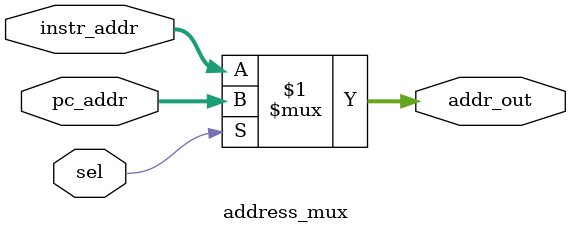
<source format=v>
`timescale 1ns / 1ps


// =============================================================
// Module: Address Mux
// Function: Choose between address from PC (fetch command) or
// address taken from the operand field in instruction (for jump commands, LDA, STO,...)
// Control: "sel" signal from the Controller.
// Width: default 5-bit (can be parameterized)
// =============================================================
module address_mux #(
    parameter WIDTH = 5
)(
    input wire [WIDTH-1:0] pc_addr,     // Address from pc  
    input wire [WIDTH-1:0] instr_addr,  // Adress from IR 
    input wire sel,                     // Sel from controller, sel = 1 -> pc, sel = 1 -> IR
    output wire [WIDTH-1:0] addr_out     
);
    assign addr_out = sel ? pc_addr : instr_addr;
endmodule

</source>
